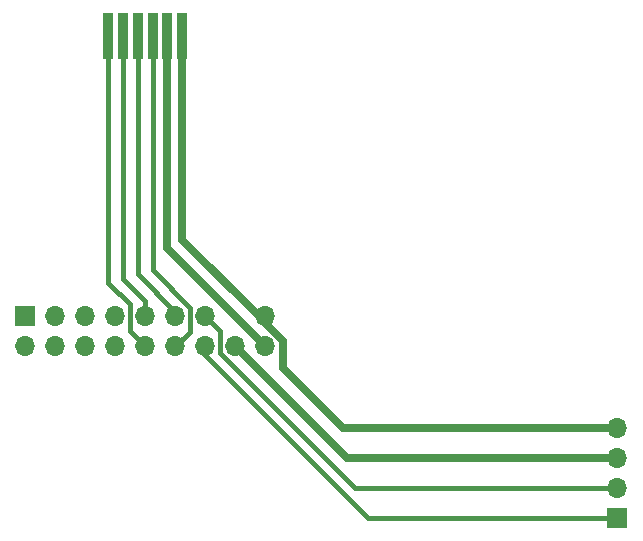
<source format=gbl>
G04 #@! TF.GenerationSoftware,KiCad,Pcbnew,7.0.9*
G04 #@! TF.CreationDate,2024-09-23T21:54:56+08:00*
G04 #@! TF.ProjectId,thingy,7468696e-6779-42e6-9b69-6361645f7063,rev?*
G04 #@! TF.SameCoordinates,Original*
G04 #@! TF.FileFunction,Copper,L2,Bot*
G04 #@! TF.FilePolarity,Positive*
%FSLAX46Y46*%
G04 Gerber Fmt 4.6, Leading zero omitted, Abs format (unit mm)*
G04 Created by KiCad (PCBNEW 7.0.9) date 2024-09-23 21:54:56*
%MOMM*%
%LPD*%
G01*
G04 APERTURE LIST*
G04 #@! TA.AperFunction,ComponentPad*
%ADD10R,1.700000X1.700000*%
G04 #@! TD*
G04 #@! TA.AperFunction,ComponentPad*
%ADD11O,1.700000X1.700000*%
G04 #@! TD*
G04 #@! TA.AperFunction,ComponentPad*
%ADD12R,0.900000X4.000000*%
G04 #@! TD*
G04 #@! TA.AperFunction,Conductor*
%ADD13C,0.635000*%
G04 #@! TD*
G04 #@! TA.AperFunction,Conductor*
%ADD14C,0.381000*%
G04 #@! TD*
G04 APERTURE END LIST*
D10*
X139975000Y-15800000D03*
D11*
X139975000Y-13260000D03*
X139975000Y-10720000D03*
X139975000Y-8180000D03*
D10*
X89850000Y1275000D03*
D11*
X89850000Y-1265000D03*
X92390000Y1275000D03*
X92390000Y-1265000D03*
X94930000Y1275000D03*
X94930000Y-1265000D03*
X97470000Y1275000D03*
X97470000Y-1265000D03*
X100010000Y1275000D03*
X100010000Y-1265000D03*
X102550000Y1275000D03*
X102550000Y-1265000D03*
X105090000Y1275000D03*
X105090000Y-1265000D03*
X107630000Y-1265000D03*
X110170000Y1275000D03*
X110170000Y-1265000D03*
D12*
X103125000Y25025000D03*
X101875000Y25025000D03*
X100625000Y25025000D03*
X99375000Y25025000D03*
X98125000Y25025000D03*
X96875000Y25025000D03*
D13*
X101875000Y7030000D02*
X101875000Y25025000D01*
X110170000Y-1265000D02*
X101875000Y7030000D01*
X111700000Y-3100000D02*
X116780000Y-8180000D01*
X111700000Y-777500D02*
X111700000Y-3100000D01*
X110170000Y1275000D02*
X110170000Y752500D01*
X116780000Y-8180000D02*
X139975000Y-8180000D01*
X110170000Y752500D02*
X111700000Y-777500D01*
X110170000Y1275000D02*
X109625000Y1275000D01*
X103125000Y7775000D02*
X103125000Y25025000D01*
X109625000Y1275000D02*
X103125000Y7775000D01*
D14*
X118900000Y-15800000D02*
X139975000Y-15800000D01*
X105090000Y-1990000D02*
X118900000Y-15800000D01*
X105090000Y-1265000D02*
X105090000Y-1990000D01*
X106330500Y34500D02*
X106330500Y-1830500D01*
X105090000Y1275000D02*
X106330500Y34500D01*
X117760000Y-13260000D02*
X139975000Y-13260000D01*
X106330500Y-1830500D02*
X117760000Y-13260000D01*
D13*
X107630000Y-1265000D02*
X117085000Y-10720000D01*
X117085000Y-10720000D02*
X139975000Y-10720000D01*
D14*
X98710500Y34500D02*
X98710500Y2289500D01*
X98710500Y2289500D02*
X96875000Y4125000D01*
X100010000Y-1265000D02*
X98710500Y34500D01*
X96875000Y4125000D02*
X96875000Y25025000D01*
X100010000Y2590000D02*
X98125000Y4475000D01*
X100010000Y1275000D02*
X100010000Y2590000D01*
X98125000Y4475000D02*
X98125000Y25025000D01*
X103790500Y2009500D02*
X100625000Y5175000D01*
X102550000Y-1265000D02*
X103790500Y-24500D01*
X103790500Y-24500D02*
X103790500Y2009500D01*
X100625000Y5175000D02*
X100625000Y25025000D01*
X102550000Y1650000D02*
X99375000Y4825000D01*
X99375000Y4825000D02*
X99375000Y25025000D01*
X102550000Y1275000D02*
X102550000Y1650000D01*
M02*

</source>
